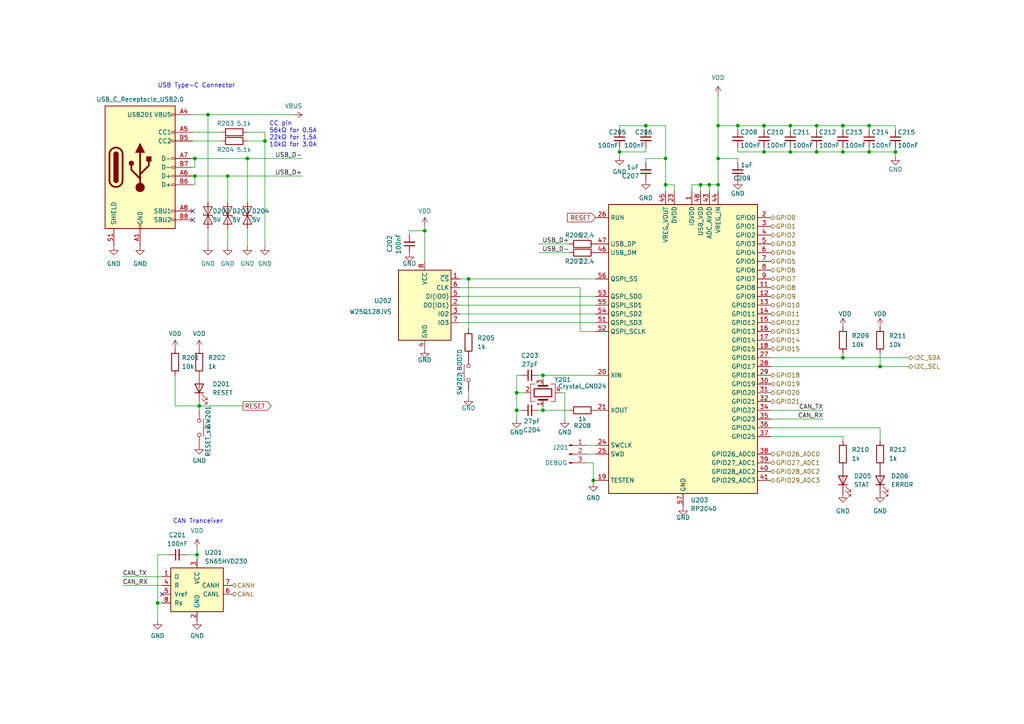
<source format=kicad_sch>
(kicad_sch (version 20250114) (generator "eeschema") (generator_version "9.0")
  (paper "A4")
  (lib_symbols
    (symbol "Connector:Conn_01x03_Pin" (pin_names (offset 1.016) (hide yes))
      (property "Reference" "J" (at 0 5.08 0))
      (property "Value" "Conn_01x03_Pin" (at 0 -5.08 0))
      (symbol "Conn_01x03_Pin_1_1"
        (rectangle (start 0.8636 2.667) (end 0 2.413) (stroke (width 0.1524)) (fill (type outline)))
        (rectangle (start 0.8636 0.127) (end 0 -0.127) (stroke (width 0.1524)) (fill (type outline)))
        (rectangle (start 0.8636 -2.413) (end 0 -2.667) (stroke (width 0.1524)) (fill (type outline)))
        (polyline (pts (xy 1.27 2.54) (xy 0.8636 2.54)) (stroke (width 0.1524)))
        (polyline (pts (xy 1.27 0) (xy 0.8636 0)) (stroke (width 0.1524)))
        (polyline (pts (xy 1.27 -2.54) (xy 0.8636 -2.54)) (stroke (width 0.1524)))
        (pin passive line (at 5.08 2.54 180) (length 3.81) (name "Pin_1") (number "1"))
        (pin passive line (at 5.08 0 180) (length 3.81) (name "Pin_2") (number "2"))
        (pin passive line (at 5.08 -2.54 180) (length 3.81) (name "Pin_3") (number "3"))
      )
    )
    (symbol "Connector:USB_C_Receptacle_USB2.0" (pin_names (offset 1.016))
      (property "Reference" "J" (at -10.16 19.05 0))
      (property "Value" "USB_C_Receptacle_USB2.0" (at 19.05 19.05 0))
      (symbol "USB_C_Receptacle_USB2.0_0_0"
        (rectangle (start -0.254 -17.78) (end 0.254 -16.764))
        (rectangle (start 10.16 15.494) (end 9.144 14.986))
        (rectangle (start 10.16 10.414) (end 9.144 9.906))
        (rectangle (start 10.16 7.874) (end 9.144 7.366))
        (rectangle (start 10.16 2.794) (end 9.144 2.286))
        (rectangle (start 10.16 0.254) (end 9.144 -0.254))
        (rectangle (start 10.16 -2.286) (end 9.144 -2.794))
        (rectangle (start 10.16 -4.826) (end 9.144 -5.334))
        (rectangle (start 10.16 -12.446) (end 9.144 -12.954))
        (rectangle (start 10.16 -14.986) (end 9.144 -15.494))
      )
      (symbol "USB_C_Receptacle_USB2.0_0_1"
        (rectangle (start -10.16 17.78) (end 10.16 -17.78) (stroke (width 0.254)) (fill (type background)))
        (polyline (pts (xy -8.89 -3.81) (xy -8.89 3.81)) (stroke (width 0.508)))
        (rectangle (start -7.62 -3.81) (end -6.35 3.81) (stroke (width 0.254)) (fill (type outline)))
        (arc (start -7.62 3.81) (mid -6.985 4.4423) (end -6.35 3.81) (stroke (width 0.254)))
        (arc (start -7.62 3.81) (mid -6.985 4.4423) (end -6.35 3.81) (stroke (width 0.254)) (fill (type outline)))
        (arc (start -8.89 3.81) (mid -6.985 5.7067) (end -5.08 3.81) (stroke (width 0.508)))
        (arc (start -5.08 -3.81) (mid -6.985 -5.7067) (end -8.89 -3.81) (stroke (width 0.508)))
        (arc (start -6.35 -3.81) (mid -6.985 -4.4423) (end -7.62 -3.81) (stroke (width 0.254)))
        (arc (start -6.35 -3.81) (mid -6.985 -4.4423) (end -7.62 -3.81) (stroke (width 0.254)) (fill (type outline)))
        (polyline (pts (xy -5.08 3.81) (xy -5.08 -3.81)) (stroke (width 0.508)))
        (circle (center -2.54 1.143) (radius 0.635) (stroke (width 0.254)) (fill (type outline)))
        (polyline (pts (xy -1.27 4.318) (xy 0 6.858) (xy 1.27 4.318) (xy -1.27 4.318)) (stroke (width 0.254)) (fill (type outline)))
        (polyline (pts (xy 0 -2.032) (xy 2.54 0.508) (xy 2.54 1.778)) (stroke (width 0.508)))
        (polyline (pts (xy 0 -3.302) (xy -2.54 -0.762) (xy -2.54 0.508)) (stroke (width 0.508)))
        (polyline (pts (xy 0 -5.842) (xy 0 4.318)) (stroke (width 0.508)))
        (circle (center 0 -5.842) (radius 1.27) (fill (type outline)))
        (rectangle (start 1.905 1.778) (end 3.175 3.048) (stroke (width 0.254)) (fill (type outline)))
      )
      (symbol "USB_C_Receptacle_USB2.0_1_1"
        (pin passive line (at -7.62 -22.86 90) (length 5.08) (name "SHIELD") (number "S1"))
        (pin passive line (at 0 -22.86 90) (length 5.08) (name "GND") (number "A1"))
        (pin passive line (at 0 -22.86 90) (length 5.08) (hide yes) (name "GND") (number "A12"))
        (pin passive line (at 0 -22.86 90) (length 5.08) (hide yes) (name "GND") (number "B1"))
        (pin passive line (at 0 -22.86 90) (length 5.08) (hide yes) (name "GND") (number "B12"))
        (pin passive line (at 15.24 15.24 180) (length 5.08) (name "VBUS") (number "A4"))
        (pin passive line (at 15.24 15.24 180) (length 5.08) (hide yes) (name "VBUS") (number "A9"))
        (pin passive line (at 15.24 15.24 180) (length 5.08) (hide yes) (name "VBUS") (number "B4"))
        (pin passive line (at 15.24 15.24 180) (length 5.08) (hide yes) (name "VBUS") (number "B9"))
        (pin bidirectional line (at 15.24 10.16 180) (length 5.08) (name "CC1") (number "A5"))
        (pin bidirectional line (at 15.24 7.62 180) (length 5.08) (name "CC2") (number "B5"))
        (pin bidirectional line (at 15.24 2.54 180) (length 5.08) (name "D-") (number "A7"))
        (pin bidirectional line (at 15.24 0 180) (length 5.08) (name "D-") (number "B7"))
        (pin bidirectional line (at 15.24 -2.54 180) (length 5.08) (name "D+") (number "A6"))
        (pin bidirectional line (at 15.24 -5.08 180) (length 5.08) (name "D+") (number "B6"))
        (pin bidirectional line (at 15.24 -12.7 180) (length 5.08) (name "SBU1") (number "A8"))
        (pin bidirectional line (at 15.24 -15.24 180) (length 5.08) (name "SBU2") (number "B8"))
      )
    )
    (symbol "Device:C_Small" (pin_numbers (hide yes)) (pin_names (offset 0.254) (hide yes))
      (property "Reference" "C" (at 0.254 1.778 0))
      (property "Value" "C_Small" (at 0.254 -2.032 0))
      (symbol "C_Small_0_1"
        (polyline (pts (xy -1.524 0.508) (xy 1.524 0.508)) (stroke (width 0.3048)))
        (polyline (pts (xy -1.524 -0.508) (xy 1.524 -0.508)) (stroke (width 0.3302)))
      )
      (symbol "C_Small_1_1"
        (pin passive line (at 0 2.54 270) (length 2.032) (name "~") (number "1"))
        (pin passive line (at 0 -2.54 90) (length 2.032) (name "~") (number "2"))
      )
    )
    (symbol "Device:Crystal_GND24" (pin_names (offset 1.016) (hide yes))
      (property "Reference" "Y" (at 3.175 5.08 0))
      (property "Value" "Crystal_GND24" (at 3.175 3.175 0))
      (symbol "Crystal_GND24_0_1"
        (polyline (pts (xy -2.54 2.286) (xy -2.54 3.556) (xy 2.54 3.556) (xy 2.54 2.286)))
        (polyline (pts (xy -2.54 0) (xy -2.032 0)))
        (polyline (pts (xy -2.54 -2.286) (xy -2.54 -3.556) (xy 2.54 -3.556) (xy 2.54 -2.286)))
        (polyline (pts (xy -2.032 -1.27) (xy -2.032 1.27)) (stroke (width 0.508)))
        (rectangle (start -1.143 2.54) (end 1.143 -2.54) (stroke (width 0.3048)))
        (polyline (pts (xy 0 3.556) (xy 0 3.81)))
        (polyline (pts (xy 0 -3.81) (xy 0 -3.556)))
        (polyline (pts (xy 2.032 0) (xy 2.54 0)))
        (polyline (pts (xy 2.032 -1.27) (xy 2.032 1.27)) (stroke (width 0.508)))
      )
      (symbol "Crystal_GND24_1_1"
        (pin passive line (at -3.81 0 0) (length 1.27) (name "1") (number "1"))
        (pin passive line (at 0 5.08 270) (length 1.27) (name "2") (number "2"))
        (pin passive line (at 0 -5.08 90) (length 1.27) (name "4") (number "4"))
        (pin passive line (at 3.81 0 180) (length 1.27) (name "3") (number "3"))
      )
    )
    (symbol "Device:LED" (pin_numbers (hide yes)) (pin_names (offset 1.016) (hide yes))
      (property "Reference" "D" (at 0 2.54 0))
      (property "Value" "LED" (at 0 -2.54 0))
      (symbol "LED_0_1"
        (polyline (pts (xy -3.048 -0.762) (xy -4.572 -2.286) (xy -3.81 -2.286) (xy -4.572 -2.286) (xy -4.572 -1.524)))
        (polyline (pts (xy -1.778 -0.762) (xy -3.302 -2.286) (xy -2.54 -2.286) (xy -3.302 -2.286) (xy -3.302 -1.524)))
        (polyline (pts (xy -1.27 0) (xy 1.27 0)))
        (polyline (pts (xy -1.27 -1.27) (xy -1.27 1.27)) (stroke (width 0.254)))
        (polyline (pts (xy 1.27 -1.27) (xy 1.27 1.27) (xy -1.27 0) (xy 1.27 -1.27)) (stroke (width 0.254)))
      )
      (symbol "LED_1_1"
        (pin passive line (at -3.81 0 0) (length 2.54) (name "K") (number "1"))
        (pin passive line (at 3.81 0 180) (length 2.54) (name "A") (number "2"))
      )
    )
    (symbol "Device:R" (pin_numbers (hide yes)) (pin_names (offset 0))
      (property "Reference" "R" (at 2.032 0 90))
      (property "Value" "R" (at 0 0 90))
      (symbol "R_0_1"
        (rectangle (start -1.016 -2.54) (end 1.016 2.54) (stroke (width 0.254)))
      )
      (symbol "R_1_1"
        (pin passive line (at 0 3.81 270) (length 1.27) (name "~") (number "1"))
        (pin passive line (at 0 -3.81 90) (length 1.27) (name "~") (number "2"))
      )
    )
    (symbol "Diode:ESD9B5.0ST5G" (pin_numbers (hide yes)) (pin_names (offset 1.016) (hide yes))
      (property "Reference" "D" (at 0 2.54 0))
      (property "Value" "ESD9B5.0ST5G" (at 0 -2.54 0))
      (symbol "ESD9B5.0ST5G_0_1"
        (polyline (pts (xy -2.54 -1.27) (xy 0 0) (xy -2.54 1.27) (xy -2.54 -1.27)) (stroke (width 0.2032)))
        (polyline (pts (xy 0.508 1.27) (xy 0 1.27) (xy 0 -1.27) (xy -0.508 -1.27)) (stroke (width 0.2032)))
        (polyline (pts (xy 1.27 0) (xy -1.27 0)))
        (polyline (pts (xy 2.54 1.27) (xy 2.54 -1.27) (xy 0 0) (xy 2.54 1.27)) (stroke (width 0.2032)))
      )
      (symbol "ESD9B5.0ST5G_1_1"
        (pin passive line (at -3.81 0 0) (length 2.54) (name "A1") (number "1"))
        (pin passive line (at 3.81 0 180) (length 2.54) (name "A2") (number "2"))
      )
    )
    (symbol "Interface_CAN_LIN:SN65HVD230" (pin_names (offset 1.016))
      (property "Reference" "U" (at -2.54 10.16 0))
      (property "Value" "SN65HVD230" (at -2.54 7.62 0))
      (symbol "SN65HVD230_0_1"
        (rectangle (start -7.62 5.08) (end 7.62 -7.62) (stroke (width 0.254)) (fill (type background)))
      )
      (symbol "SN65HVD230_1_1"
        (pin input line (at -10.16 2.54 0) (length 2.54) (name "D") (number "1"))
        (pin output line (at -10.16 0 0) (length 2.54) (name "R") (number "4"))
        (pin output line (at -10.16 -2.54 0) (length 2.54) (name "Vref") (number "5"))
        (pin input line (at -10.16 -5.08 0) (length 2.54) (name "Rs") (number "8"))
        (pin power_in line (at 0 7.62 270) (length 2.54) (name "VCC") (number "3"))
        (pin power_in line (at 0 -10.16 90) (length 2.54) (name "GND") (number "2"))
        (pin bidirectional line (at 10.16 0 180) (length 2.54) (name "CANH") (number "7"))
        (pin bidirectional line (at 10.16 -2.54 180) (length 2.54) (name "CANL") (number "6"))
      )
    )
    (symbol "MCU_RaspberryPi:RP2040"
      (property "Reference" "U" (at 17.78 45.72 0))
      (property "Value" "RP2040" (at 17.78 43.18 0))
      (symbol "RP2040_0_1"
        (rectangle (start -21.59 41.91) (end 21.59 -41.91) (stroke (width 0.254)) (fill (type background)))
      )
      (symbol "RP2040_1_1"
        (pin input line (at -25.4 38.1 0) (length 3.81) (name "RUN") (number "26"))
        (pin bidirectional line (at -25.4 30.48 0) (length 3.81) (name "USB_DP") (number "47"))
        (pin bidirectional line (at -25.4 27.94 0) (length 3.81) (name "USB_DM") (number "46"))
        (pin bidirectional line (at -25.4 20.32 0) (length 3.81) (name "QSPI_SS") (number "56"))
        (pin bidirectional line (at -25.4 15.24 0) (length 3.81) (name "QSPI_SD0") (number "53"))
        (pin bidirectional line (at -25.4 12.7 0) (length 3.81) (name "QSPI_SD1") (number "55"))
        (pin bidirectional line (at -25.4 10.16 0) (length 3.81) (name "QSPI_SD2") (number "54"))
        (pin bidirectional line (at -25.4 7.62 0) (length 3.81) (name "QSPI_SD3") (number "51"))
        (pin output line (at -25.4 5.08 0) (length 3.81) (name "QSPI_SCLK") (number "52"))
        (pin input line (at -25.4 -7.62 0) (length 3.81) (name "XIN") (number "20"))
        (pin passive line (at -25.4 -17.78 0) (length 3.81) (name "XOUT") (number "21"))
        (pin input line (at -25.4 -27.94 0) (length 3.81) (name "SWCLK") (number "24"))
        (pin bidirectional line (at -25.4 -30.48 0) (length 3.81) (name "SWD") (number "25"))
        (pin input line (at -25.4 -38.1 0) (length 3.81) (name "TESTEN") (number "19"))
        (pin power_out line (at -5.08 45.72 270) (length 3.81) (name "VREG_VOUT") (number "45"))
        (pin power_in line (at -2.54 45.72 270) (length 3.81) (name "DVDD") (number "23"))
        (pin passive line (at -2.54 45.72 270) (length 3.81) (hide yes) (name "DVDD") (number "50"))
        (pin power_in line (at 0 -45.72 90) (length 3.81) (name "GND") (number "57"))
        (pin power_in line (at 2.54 45.72 270) (length 3.81) (name "IOVDD") (number "1"))
        (pin passive line (at 2.54 45.72 270) (length 3.81) (hide yes) (name "IOVDD") (number "10"))
        (pin passive line (at 2.54 45.72 270) (length 3.81) (hide yes) (name "IOVDD") (number "22"))
        (pin passive line (at 2.54 45.72 270) (length 3.81) (hide yes) (name "IOVDD") (number "33"))
        (pin passive line (at 2.54 45.72 270) (length 3.81) (hide yes) (name "IOVDD") (number "42"))
        (pin passive line (at 2.54 45.72 270) (length 3.81) (hide yes) (name "IOVDD") (number "49"))
        (pin power_in line (at 5.08 45.72 270) (length 3.81) (name "USB_VDD") (number "48"))
        (pin power_in line (at 7.62 45.72 270) (length 3.81) (name "ADC_AVDD") (number "43"))
        (pin power_in line (at 10.16 45.72 270) (length 3.81) (name "VREG_IN") (number "44"))
        (pin bidirectional line (at 25.4 38.1 180) (length 3.81) (name "GPIO0") (number "2"))
        (pin bidirectional line (at 25.4 35.56 180) (length 3.81) (name "GPIO1") (number "3"))
        (pin bidirectional line (at 25.4 33.02 180) (length 3.81) (name "GPIO2") (number "4"))
        (pin bidirectional line (at 25.4 30.48 180) (length 3.81) (name "GPIO3") (number "5"))
        (pin bidirectional line (at 25.4 27.94 180) (length 3.81) (name "GPIO4") (number "6"))
        (pin bidirectional line (at 25.4 25.4 180) (length 3.81) (name "GPIO5") (number "7"))
        (pin bidirectional line (at 25.4 22.86 180) (length 3.81) (name "GPIO6") (number "8"))
        (pin bidirectional line (at 25.4 20.32 180) (length 3.81) (name "GPIO7") (number "9"))
        (pin bidirectional line (at 25.4 17.78 180) (length 3.81) (name "GPIO8") (number "11"))
        (pin bidirectional line (at 25.4 15.24 180) (length 3.81) (name "GPIO9") (number "12"))
        (pin bidirectional line (at 25.4 12.7 180) (length 3.81) (name "GPIO10") (number "13"))
        (pin bidirectional line (at 25.4 10.16 180) (length 3.81) (name "GPIO11") (number "14"))
        (pin bidirectional line (at 25.4 7.62 180) (length 3.81) (name "GPIO12") (number "15"))
        (pin bidirectional line (at 25.4 5.08 180) (length 3.81) (name "GPIO13") (number "16"))
        (pin bidirectional line (at 25.4 2.54 180) (length 3.81) (name "GPIO14") (number "17"))
        (pin bidirectional line (at 25.4 0 180) (length 3.81) (name "GPIO15") (number "18"))
        (pin bidirectional line (at 25.4 -2.54 180) (length 3.81) (name "GPIO16") (number "27"))
        (pin bidirectional line (at 25.4 -5.08 180) (length 3.81) (name "GPIO17") (number "28"))
        (pin bidirectional line (at 25.4 -7.62 180) (length 3.81) (name "GPIO18") (number "29"))
        (pin bidirectional line (at 25.4 -10.16 180) (length 3.81) (name "GPIO19") (number "30"))
        (pin bidirectional line (at 25.4 -12.7 180) (length 3.81) (name "GPIO20") (number "31"))
        (pin bidirectional line (at 25.4 -15.24 180) (length 3.81) (name "GPIO21") (number "32"))
        (pin bidirectional line (at 25.4 -17.78 180) (length 3.81) (name "GPIO22") (number "34"))
        (pin bidirectional line (at 25.4 -20.32 180) (length 3.81) (name "GPIO23") (number "35"))
        (pin bidirectional line (at 25.4 -22.86 180) (length 3.81) (name "GPIO24") (number "36"))
        (pin bidirectional line (at 25.4 -25.4 180) (length 3.81) (name "GPIO25") (number "37"))
        (pin bidirectional line (at 25.4 -30.48 180) (length 3.81) (name "GPIO26_ADC0") (number "38"))
        (pin bidirectional line (at 25.4 -33.02 180) (length 3.81) (name "GPIO27_ADC1") (number "39"))
        (pin bidirectional line (at 25.4 -35.56 180) (length 3.81) (name "GPIO28_ADC2") (number "40"))
        (pin bidirectional line (at 25.4 -38.1 180) (length 3.81) (name "GPIO29_ADC3") (number "41"))
      )
    )
    (symbol "Memory_Flash:W25Q128JVS"
      (property "Reference" "U" (at -8.89 8.89 0))
      (property "Value" "W25Q128JVS" (at 7.62 8.89 0))
      (symbol "W25Q128JVS_0_1"
        (rectangle (start -7.62 10.16) (end 7.62 -10.16) (stroke (width 0.254)) (fill (type background)))
      )
      (symbol "W25Q128JVS_1_1"
        (pin input line (at -10.16 7.62 0) (length 2.54) (name "~{CS}") (number "1"))
        (pin input line (at -10.16 5.08 0) (length 2.54) (name "CLK") (number "6"))
        (pin bidirectional line (at -10.16 2.54 0) (length 2.54) (name "DI(IO0)") (number "5"))
        (pin bidirectional line (at -10.16 0 0) (length 2.54) (name "DO(IO1)") (number "2"))
        (pin bidirectional line (at -10.16 -2.54 0) (length 2.54) (name "IO2") (number "3"))
        (pin bidirectional line (at -10.16 -5.08 0) (length 2.54) (name "IO3") (number "7"))
        (pin power_in line (at 0 12.7 270) (length 2.54) (name "VCC") (number "8"))
        (pin power_in line (at 0 -12.7 90) (length 2.54) (name "GND") (number "4"))
      )
    )
    (symbol "Switch:SW_Push" (pin_numbers (hide yes)) (pin_names (offset 1.016) (hide yes))
      (property "Reference" "SW" (at 1.27 2.54 0))
      (property "Value" "SW_Push" (at 0 -1.524 0))
      (symbol "SW_Push_0_1"
        (circle (center -2.032 0) (radius 0.508))
        (polyline (pts (xy 0 1.27) (xy 0 3.048)))
        (circle (center 2.032 0) (radius 0.508))
        (polyline (pts (xy 2.54 1.27) (xy -2.54 1.27)))
        (pin passive line (at -5.08 0 0) (length 2.54) (name "1") (number "1"))
        (pin passive line (at 5.08 0 180) (length 2.54) (name "2") (number "2"))
      )
    )
    (symbol "power:GND" (power) (pin_names (offset 0))
      (property "Value" "GND" (at 0 -3.81 0))
      (symbol "GND_0_1"
        (polyline (pts (xy 0 0) (xy 0 -1.27) (xy 1.27 -1.27) (xy 0 -2.54) (xy -1.27 -1.27) (xy 0 -1.27)))
      )
      (symbol "GND_1_1"
        (pin power_in line (at 0 0 270) (length 0) (hide yes) (name "GND") (number "1"))
      )
    )
    (symbol "power:VBUS" (power) (pin_names (offset 0))
      (property "Value" "VBUS" (at 0 3.81 0))
      (symbol "VBUS_0_1"
        (polyline (pts (xy -0.762 1.27) (xy 0 2.54)))
        (polyline (pts (xy 0 2.54) (xy 0.762 1.27)))
        (polyline (pts (xy 0 0) (xy 0 2.54)))
      )
      (symbol "VBUS_1_1"
        (pin power_in line (at 0 0 90) (length 0) (hide yes) (name "VBUS") (number "1"))
      )
    )
    (symbol "power:VDD" (power) (pin_names (offset 0))
      (property "Value" "VDD" (at 0 3.81 0))
      (symbol "VDD_0_1"
        (polyline (pts (xy -0.762 1.27) (xy 0 2.54)))
        (polyline (pts (xy 0 2.54) (xy 0.762 1.27)))
        (polyline (pts (xy 0 0) (xy 0 2.54)))
      )
      (symbol "VDD_1_1"
        (pin power_in line (at 0 0 90) (length 0) (hide yes) (name "VDD") (number "1"))
      )
    )
  )
  (text "CAN Tranceiver" (at 50.165 152.019 0) (effects (font (size 1.27 1.27)) (justify left bottom)))
  (text "USB Type-C Connector" (at 45.72 25.654 0) (effects (font (size 1.27 1.27)) (justify left bottom)))
  (text "CC pin\n56kΩ for 0.5A\n22kΩ for 1.5A\n10kΩ for 3.0A" (at 78.105 42.799 0) (effects (font (size 1.27 1.27)) (justify left bottom)))
  (junction (at 252.095 44.069))
  (junction (at 221.615 36.449))
  (junction (at 208.28 53.594))
  (junction (at 221.615 44.069))
  (junction (at 60.325 33.274))
  (junction (at 157.48 108.839))
  (junction (at 244.475 44.069))
  (junction (at 205.74 53.594))
  (junction (at 193.04 45.974))
  (junction (at 229.235 44.069))
  (junction (at 123.19 66.929))
  (junction (at 57.785 117.729))
  (junction (at 66.04 51.054))
  (junction (at 255.27 106.299))
  (junction (at 236.855 44.069))
  (junction (at 203.2 53.594))
  (junction (at 229.235 36.449))
  (junction (at 244.475 103.759))
  (junction (at 187.325 36.449))
  (junction (at 149.86 113.919))
  (junction (at 135.89 80.899))
  (junction (at 76.835 40.894))
  (junction (at 71.755 45.974))
  (junction (at 259.715 44.069))
  (junction (at 208.28 45.974))
  (junction (at 236.855 36.449))
  (junction (at 157.48 118.999))
  (junction (at 252.095 36.449))
  (junction (at 56.515 51.054))
  (junction (at 56.515 45.974))
  (junction (at 193.04 53.594))
  (junction (at 57.15 160.909))
  (junction (at 213.995 36.449))
  (junction (at 45.72 174.879))
  (junction (at 244.475 36.449))
  (junction (at 208.28 36.449))
  (junction (at 149.86 118.999))
  (junction (at 179.705 44.069))
  (junction (at 172.085 139.319))
  (no_connect (at 55.88 63.754))
  (no_connect (at 46.99 172.339))
  (no_connect (at 55.88 61.214))
  (wire (pts (xy 87.63 51.054) (xy 66.04 51.054)))
  (wire (pts (xy 133.35 85.979) (xy 172.72 85.979)))
  (wire (pts (xy 71.755 71.374) (xy 71.755 66.294)))
  (wire (pts (xy 135.89 115.189) (xy 135.89 113.284)))
  (wire (pts (xy 57.15 160.909) (xy 57.15 162.179)))
  (wire (pts (xy 165.1 73.279) (xy 156.21 73.279)))
  (wire (pts (xy 252.095 44.069) (xy 244.475 44.069)))
  (wire (pts (xy 135.89 80.899) (xy 135.89 95.504)))
  (wire (pts (xy 213.995 45.974) (xy 213.995 47.244)))
  (wire (pts (xy 71.755 40.894) (xy 76.835 40.894)))
  (wire (pts (xy 244.475 44.069) (xy 244.475 42.799)))
  (wire (pts (xy 259.715 36.449) (xy 259.715 37.719)))
  (wire (pts (xy 229.235 36.449) (xy 229.235 37.719)))
  (wire (pts (xy 255.27 124.079) (xy 255.27 127.889)))
  (wire (pts (xy 57.785 118.999) (xy 57.785 117.729)))
  (wire (pts (xy 187.325 36.449) (xy 193.04 36.449)))
  (wire (pts (xy 168.275 83.439) (xy 133.35 83.439)))
  (wire (pts (xy 259.715 44.069) (xy 259.715 45.339)))
  (wire (pts (xy 71.755 45.974) (xy 87.63 45.974)))
  (wire (pts (xy 187.325 44.069) (xy 187.325 42.799)))
  (wire (pts (xy 223.52 124.079) (xy 255.27 124.079)))
  (wire (pts (xy 157.48 108.839) (xy 172.72 108.839)))
  (wire (pts (xy 70.485 117.729) (xy 57.785 117.729)))
  (wire (pts (xy 172.085 134.239) (xy 172.085 139.319)))
  (wire (pts (xy 263.525 103.759) (xy 244.475 103.759)))
  (wire (pts (xy 170.18 134.239) (xy 172.085 134.239)))
  (wire (pts (xy 168.275 96.139) (xy 168.275 83.439)))
  (wire (pts (xy 187.325 45.974) (xy 193.04 45.974)))
  (wire (pts (xy 165.1 70.739) (xy 156.21 70.739)))
  (wire (pts (xy 172.72 96.139) (xy 168.275 96.139)))
  (wire (pts (xy 229.235 36.449) (xy 236.855 36.449)))
  (wire (pts (xy 221.615 44.069) (xy 221.615 42.799)))
  (wire (pts (xy 57.15 159.004) (xy 57.15 160.909)))
  (wire (pts (xy 221.615 44.069) (xy 213.995 44.069)))
  (wire (pts (xy 56.515 51.054) (xy 55.88 51.054)))
  (wire (pts (xy 133.35 91.059) (xy 172.72 91.059)))
  (wire (pts (xy 193.04 53.594) (xy 193.04 55.499)))
  (wire (pts (xy 200.66 53.594) (xy 203.2 53.594)))
  (wire (pts (xy 149.86 113.919) (xy 149.86 118.999)))
  (wire (pts (xy 187.325 36.449) (xy 187.325 37.719)))
  (wire (pts (xy 118.745 68.199) (xy 118.745 66.929)))
  (wire (pts (xy 244.475 36.449) (xy 244.475 37.719)))
  (wire (pts (xy 76.835 38.354) (xy 76.835 40.894)))
  (wire (pts (xy 76.835 40.894) (xy 76.835 71.374)))
  (wire (pts (xy 259.715 42.799) (xy 259.715 44.069)))
  (wire (pts (xy 205.74 53.594) (xy 208.28 53.594)))
  (wire (pts (xy 195.58 55.499) (xy 195.58 53.594)))
  (wire (pts (xy 244.475 36.449) (xy 252.095 36.449)))
  (wire (pts (xy 179.705 36.449) (xy 187.325 36.449)))
  (wire (pts (xy 57.785 116.459) (xy 57.785 117.729)))
  (wire (pts (xy 179.705 44.069) (xy 187.325 44.069)))
  (wire (pts (xy 213.995 36.449) (xy 221.615 36.449)))
  (wire (pts (xy 151.13 108.839) (xy 149.86 108.839)))
  (wire (pts (xy 60.325 71.374) (xy 60.325 66.294)))
  (wire (pts (xy 123.19 65.659) (xy 123.19 66.929)))
  (wire (pts (xy 236.855 44.069) (xy 236.855 42.799)))
  (wire (pts (xy 187.325 47.244) (xy 187.325 45.974)))
  (wire (pts (xy 170.18 131.699) (xy 172.72 131.699)))
  (wire (pts (xy 195.58 53.594) (xy 193.04 53.594)))
  (wire (pts (xy 255.27 102.489) (xy 255.27 106.299)))
  (wire (pts (xy 66.04 51.054) (xy 56.515 51.054)))
  (wire (pts (xy 179.705 42.799) (xy 179.705 44.069)))
  (wire (pts (xy 157.48 110.109) (xy 157.48 108.839)))
  (wire (pts (xy 85.09 33.274) (xy 60.325 33.274)))
  (wire (pts (xy 71.755 38.354) (xy 76.835 38.354)))
  (wire (pts (xy 208.265 36.449) (xy 208.28 36.449)))
  (wire (pts (xy 244.475 102.489) (xy 244.475 103.759)))
  (wire (pts (xy 50.8 117.729) (xy 57.785 117.729)))
  (wire (pts (xy 156.21 108.839) (xy 157.48 108.839)))
  (wire (pts (xy 60.325 33.274) (xy 55.88 33.274)))
  (wire (pts (xy 213.995 44.069) (xy 213.995 42.799)))
  (wire (pts (xy 133.35 88.519) (xy 172.72 88.519)))
  (wire (pts (xy 263.525 106.299) (xy 255.27 106.299)))
  (wire (pts (xy 203.2 53.594) (xy 203.2 55.499)))
  (wire (pts (xy 123.19 66.929) (xy 123.19 75.819)))
  (wire (pts (xy 50.8 108.839) (xy 50.8 117.729)))
  (wire (pts (xy 45.72 160.909) (xy 48.895 160.909)))
  (wire (pts (xy 149.86 118.999) (xy 151.13 118.999)))
  (wire (pts (xy 200.66 55.499) (xy 200.66 53.594)))
  (wire (pts (xy 229.235 44.069) (xy 229.235 42.799)))
  (wire (pts (xy 229.235 44.069) (xy 221.615 44.069)))
  (wire (pts (xy 64.135 40.894) (xy 55.88 40.894)))
  (wire (pts (xy 64.135 38.354) (xy 55.88 38.354)))
  (wire (pts (xy 213.995 36.449) (xy 213.995 37.719)))
  (wire (pts (xy 221.615 36.449) (xy 229.235 36.449)))
  (wire (pts (xy 149.86 118.999) (xy 149.86 121.539)))
  (wire (pts (xy 208.28 53.594) (xy 208.28 45.974)))
  (wire (pts (xy 172.085 139.319) (xy 172.72 139.319)))
  (wire (pts (xy 170.18 129.159) (xy 172.72 129.159)))
  (wire (pts (xy 45.72 174.879) (xy 45.72 160.909)))
  (wire (pts (xy 238.76 121.539) (xy 223.52 121.539)))
  (wire (pts (xy 118.745 66.929) (xy 123.19 66.929)))
  (wire (pts (xy 223.52 118.999) (xy 238.76 118.999)))
  (wire (pts (xy 71.755 45.974) (xy 71.755 58.674)))
  (wire (pts (xy 252.095 44.069) (xy 252.095 42.799)))
  (wire (pts (xy 223.52 126.619) (xy 244.475 126.619)))
  (wire (pts (xy 45.72 179.959) (xy 45.72 174.879)))
  (wire (pts (xy 252.095 36.449) (xy 259.715 36.449)))
  (wire (pts (xy 223.52 106.299) (xy 255.27 106.299)))
  (wire (pts (xy 35.56 167.259) (xy 46.99 167.259)))
  (wire (pts (xy 208.28 53.594) (xy 208.28 55.499)))
  (wire (pts (xy 208.265 27.604) (xy 208.265 36.449)))
  (wire (pts (xy 162.56 113.919) (xy 163.83 113.919)))
  (wire (pts (xy 236.855 36.449) (xy 236.855 37.719)))
  (wire (pts (xy 135.89 80.899) (xy 172.72 80.899)))
  (wire (pts (xy 244.475 103.759) (xy 223.52 103.759)))
  (wire (pts (xy 172.085 139.954) (xy 172.085 139.319)))
  (wire (pts (xy 236.855 44.069) (xy 229.235 44.069)))
  (wire (pts (xy 208.28 36.449) (xy 208.28 45.974)))
  (wire (pts (xy 66.04 51.054) (xy 66.04 58.674)))
  (wire (pts (xy 45.72 174.879) (xy 46.99 174.879)))
  (wire (pts (xy 35.56 169.799) (xy 46.99 169.799)))
  (wire (pts (xy 55.88 53.594) (xy 56.515 53.594)))
  (wire (pts (xy 205.74 53.594) (xy 205.74 55.499)))
  (wire (pts (xy 149.86 113.919) (xy 152.4 113.919)))
  (wire (pts (xy 56.515 48.514) (xy 56.515 45.974)))
  (wire (pts (xy 56.515 53.594) (xy 56.515 51.054)))
  (wire (pts (xy 60.325 33.274) (xy 60.325 58.674)))
  (wire (pts (xy 244.475 127.889) (xy 244.475 126.619)))
  (wire (pts (xy 203.2 53.594) (xy 205.74 53.594)))
  (wire (pts (xy 179.705 37.719) (xy 179.705 36.449)))
  (wire (pts (xy 55.88 48.514) (xy 56.515 48.514)))
  (wire (pts (xy 193.04 36.449) (xy 193.04 45.974)))
  (wire (pts (xy 165.1 118.999) (xy 157.48 118.999)))
  (wire (pts (xy 252.095 36.449) (xy 252.095 37.719)))
  (wire (pts (xy 149.86 108.839) (xy 149.86 113.919)))
  (wire (pts (xy 56.515 45.974) (xy 71.755 45.974)))
  (wire (pts (xy 55.88 45.974) (xy 56.515 45.974)))
  (wire (pts (xy 236.855 36.449) (xy 244.475 36.449)))
  (wire (pts (xy 259.715 44.069) (xy 252.095 44.069)))
  (wire (pts (xy 221.615 36.449) (xy 221.615 37.719)))
  (wire (pts (xy 208.28 36.449) (xy 213.995 36.449)))
  (wire (pts (xy 163.83 113.919) (xy 163.83 121.539)))
  (wire (pts (xy 133.35 80.899) (xy 135.89 80.899)))
  (wire (pts (xy 156.21 118.999) (xy 157.48 118.999)))
  (wire (pts (xy 66.04 71.374) (xy 66.04 66.294)))
  (wire (pts (xy 133.35 93.599) (xy 172.72 93.599)))
  (wire (pts (xy 179.705 44.069) (xy 179.705 45.339)))
  (wire (pts (xy 193.04 45.974) (xy 193.04 53.594)))
  (wire (pts (xy 157.48 117.729) (xy 157.48 118.999)))
  (wire (pts (xy 208.28 45.974) (xy 213.995 45.974)))
  (wire (pts (xy 53.975 160.909) (xy 57.15 160.909)))
  (wire (pts (xy 244.475 44.069) (xy 236.855 44.069)))
  (label "USB_D-" (at 165.1 73.279 180))
  (label "USB_D+" (at 165.1 70.739 180))
  (label "CAN_RX" (at 238.76 121.539 180))
  (label "CAN_RX" (at 35.56 169.799 0))
  (label "CAN_TX" (at 35.56 167.259 0))
  (label "USB_D-" (at 87.63 45.974 180))
  (label "CAN_TX" (at 238.76 118.999 180))
  (label "USB_D+" (at 87.63 51.054 180))
  (global_label "RESET" (shape output) (at 70.485 117.729 0) (property "Intersheetrefs" "${INTERSHEET_REFS}" (effects (hide yes))))
  (global_label "RESET" (shape input) (at 172.72 63.119 180) (property "Intersheetrefs" "${INTERSHEET_REFS}" (effects (hide yes))))
  (hierarchical_label "GPIO29_ADC3" (shape bidirectional) (at 223.52 139.319 0))
  (hierarchical_label "GPIO6" (shape bidirectional) (at 223.52 78.359 0))
  (hierarchical_label "GPIO21" (shape bidirectional) (at 223.52 116.459 0))
  (hierarchical_label "GPIO14" (shape bidirectional) (at 223.52 98.679 0))
  (hierarchical_label "I2C_SDA" (shape bidirectional) (at 263.525 103.759 0))
  (hierarchical_label "GPIO28_ADC2" (shape bidirectional) (at 223.52 136.779 0))
  (hierarchical_label "GPIO2" (shape bidirectional) (at 223.52 68.199 0))
  (hierarchical_label "GPIO18" (shape bidirectional) (at 223.52 108.839 0))
  (hierarchical_label "GPIO11" (shape bidirectional) (at 223.52 91.059 0))
  (hierarchical_label "GPIO5" (shape bidirectional) (at 223.52 75.819 0))
  (hierarchical_label "GPIO20" (shape bidirectional) (at 223.52 113.919 0))
  (hierarchical_label "CANL" (shape bidirectional) (at 67.31 172.339 0))
  (hierarchical_label "GPIO9" (shape bidirectional) (at 223.52 85.979 0))
  (hierarchical_label "GPIO4" (shape bidirectional) (at 223.52 73.279 0))
  (hierarchical_label "GPIO1" (shape bidirectional) (at 223.52 65.659 0))
  (hierarchical_label "GPIO10" (shape bidirectional) (at 223.52 88.519 0))
  (hierarchical_label "GPIO7" (shape bidirectional) (at 223.52 80.899 0))
  (hierarchical_label "I2C_SCL" (shape bidirectional) (at 263.525 106.299 0))
  (hierarchical_label "GPIO8" (shape bidirectional) (at 223.52 83.439 0))
  (hierarchical_label "GPIO15" (shape bidirectional) (at 223.52 101.219 0))
  (hierarchical_label "GPIO19" (shape bidirectional) (at 223.52 111.379 0))
  (hierarchical_label "GPIO27_ADC1" (shape bidirectional) (at 223.52 134.239 0))
  (hierarchical_label "GPIO26_ADC0" (shape bidirectional) (at 223.52 131.699 0))
  (hierarchical_label "GPIO12" (shape bidirectional) (at 223.52 93.599 0))
  (hierarchical_label "GPIO13" (shape bidirectional) (at 223.52 96.139 0))
  (hierarchical_label "CANH" (shape bidirectional) (at 67.31 169.799 0))
  (hierarchical_label "GPIO3" (shape bidirectional) (at 223.52 70.739 0))
  (hierarchical_label "GPIO0" (shape bidirectional) (at 223.52 63.119 0))
  (symbol (lib_id "Device:C_Small") (at 213.995 40.259 0) (unit 1)
    (property "Reference" "C208" (at 214.63 38.354 0) (effects (justify left)))
    (property "Value" "100nF" (at 214.63 42.164 0) (effects (justify left)))
    (property "Footprint" "Capacitor_SMD:C_0402_1005Metric" (effects (hide yes)))
    (property "LCSC" "C1525 " (effects (hide yes)))
  )
  (symbol (lib_id "power:VDD") (at 57.15 159.004 0) (unit 1)
    (property "Reference" "#PWR0205" (effects (hide yes)))
    (property "Value" "VDD" (at 57.15 153.924 0))
  )
  (symbol (lib_id "Device:C_Small") (at 236.855 40.259 0) (unit 1)
    (property "Reference" "C212" (at 237.49 38.354 0) (effects (justify left)))
    (property "Value" "100nF" (at 237.49 42.164 0) (effects (justify left)))
    (property "Footprint" "Capacitor_SMD:C_0402_1005Metric" (effects (hide yes)))
    (property "LCSC" "C1525 " (effects (hide yes)))
  )
  (symbol (lib_id "power:GND") (at 118.745 73.279 0) (unit 1)
    (property "Reference" "#PWR0214" (effects (hide yes)))
    (property "Value" "GND" (at 118.745 76.454 0))
  )
  (symbol (lib_id "Device:R") (at 255.27 98.679 0) (unit 1)
    (property "Reference" "R211" (at 257.81 97.409 0) (effects (justify left)))
    (property "Value" "10k" (at 257.81 99.949 0) (effects (justify left)))
    (property "Footprint" "Resistor_SMD:R_0402_1005Metric" (effects (hide yes)))
    (property "LCSC" "C25744" (effects (hide yes)))
  )
  (symbol (lib_id "Device:LED") (at 255.27 139.319 90) (unit 1)
    (property "Reference" "D206" (at 258.445 138.049 90) (effects (justify right)))
    (property "Value" "ERROR" (at 258.445 140.589 90) (effects (justify right)))
    (property "Footprint" "LED_SMD:LED_0805_2012Metric" (effects (hide yes)))
    (property "LCSC" "C84256" (effects (hide yes)))
  )
  (symbol (lib_id "Device:C_Small") (at 229.235 40.259 0) (unit 1)
    (property "Reference" "C211" (at 229.87 38.354 0) (effects (justify left)))
    (property "Value" "100nF" (at 229.87 42.164 0) (effects (justify left)))
    (property "Footprint" "Capacitor_SMD:C_0402_1005Metric" (effects (hide yes)))
    (property "LCSC" "C1525 " (effects (hide yes)))
  )
  (symbol (lib_id "power:VDD") (at 208.265 27.604 0) (unit 1)
    (property "Reference" "#PWR0224" (effects (hide yes)))
    (property "Value" "VDD" (at 208.265 22.524 0))
  )
  (symbol (lib_id "power:GND") (at 163.83 121.539 0) (unit 1)
    (property "Reference" "#PWR0219" (effects (hide yes)))
    (property "Value" "GND" (at 163.83 125.349 0))
  )
  (symbol (lib_id "Device:Crystal_GND24") (at 157.48 113.919 90) (unit 1)
    (property "Reference" "Y201" (at 163.195 110.109 90))
    (property "Value" "Crystal_GND24" (at 168.91 112.014 90))
    (property "Footprint" "Crystal:Crystal_SMD_3225-4Pin_3.2x2.5mm" (effects (hide yes)))
    (property "LCSC" "C9002" (effects (hide yes)))
  )
  (symbol (lib_id "Device:R") (at 67.945 38.354 90) (unit 1)
    (property "Reference" "R203" (at 65.405 35.814 90))
    (property "Value" "5.1k" (at 70.739 35.814 90))
    (property "Footprint" "Resistor_SMD:R_0402_1005Metric" (effects (hide yes)))
    (property "LCSC" "C25905" (effects (hide yes)))
  )
  (symbol (lib_id "Connector:Conn_01x03_Pin") (at 165.1 131.699 0) (unit 1)
    (property "Reference" "J201" (at 162.56 129.794 0))
    (property "Value" "DEBUG" (at 161.29 134.239 0))
    (property "Footprint" "Connector_PinHeader_1.27mm:PinHeader_1x03_P1.27mm_Vertical" (effects (hide yes)))
  )
  (symbol (lib_id "power:VBUS") (at 85.09 33.274 270) (unit 1)
    (property "Reference" "#PWR0213" (effects (hide yes)))
    (property "Value" "VBUS" (at 82.55 30.734 90) (effects (justify left)))
  )
  (symbol (lib_id "power:GND") (at 123.19 101.219 0) (unit 1)
    (property "Reference" "#PWR0216" (effects (hide yes)))
    (property "Value" "GND" (at 123.19 104.394 0))
  )
  (symbol (lib_id "power:GND") (at 135.89 115.189 0) (unit 1)
    (property "Reference" "#PWR0217" (effects (hide yes)))
    (property "Value" "GND" (at 135.89 118.364 0))
  )
  (symbol (lib_id "power:VDD") (at 244.475 94.869 0) (unit 1)
    (property "Reference" "#PWR0226" (effects (hide yes)))
    (property "Value" "VDD" (at 245.11 91.059 0))
  )
  (symbol (lib_id "power:GND") (at 33.02 71.374 0) (unit 1)
    (property "Reference" "#PWR0201" (effects (hide yes)))
    (property "Value" "GND" (at 33.02 76.454 0))
  )
  (symbol (lib_id "power:GND") (at 255.27 143.129 0) (unit 1)
    (property "Reference" "#PWR0229" (effects (hide yes)))
    (property "Value" "GND" (at 255.27 148.209 0))
  )
  (symbol (lib_id "Device:C_Small") (at 153.67 108.839 90) (unit 1)
    (property "Reference" "C203" (at 153.67 103.124 90))
    (property "Value" "27pF" (at 153.67 105.664 90))
    (property "Footprint" "Capacitor_SMD:C_0402_1005Metric" (effects (hide yes)))
    (property "LCSC" "C1555" (effects (hide yes)))
  )
  (symbol (lib_id "power:GND") (at 71.755 71.374 0) (unit 1)
    (property "Reference" "#PWR0211" (effects (hide yes)))
    (property "Value" "GND" (at 71.755 76.454 0))
  )
  (symbol (lib_id "power:VDD") (at 57.785 101.219 0) (unit 1)
    (property "Reference" "#PWR0207" (effects (hide yes)))
    (property "Value" "VDD" (at 57.785 96.774 0))
  )
  (symbol (lib_id "Device:C_Small") (at 252.095 40.259 0) (unit 1)
    (property "Reference" "C214" (at 252.73 38.354 0) (effects (justify left)))
    (property "Value" "100nF" (at 252.73 42.164 0) (effects (justify left)))
    (property "Footprint" "Capacitor_SMD:C_0402_1005Metric" (effects (hide yes)))
    (property "LCSC" "C1525 " (effects (hide yes)))
  )
  (symbol (lib_id "power:GND") (at 57.785 129.159 0) (unit 1)
    (property "Reference" "#PWR0208" (effects (hide yes)))
    (property "Value" "GND" (at 57.785 133.604 0))
  )
  (symbol (lib_id "Device:R") (at 67.945 40.894 90) (unit 1)
    (property "Reference" "R204" (at 65.405 43.434 90))
    (property "Value" "5.1k" (at 70.739 43.434 90))
    (property "Footprint" "Resistor_SMD:R_0402_1005Metric" (effects (hide yes)))
    (property "LCSC" "C25905" (effects (hide yes)))
  )
  (symbol (lib_id "MCU_RaspberryPi:RP2040") (at 198.12 101.219 0) (unit 1)
    (property "Reference" "U203" (at 200.3141 145.034 0) (effects (justify left)))
    (property "Value" "RP2040" (at 200.3141 147.574 0) (effects (justify left)))
    (property "Footprint" "Package_DFN_QFN:QFN-56-1EP_7x7mm_P0.4mm_EP3.2x3.2mm" (effects (hide yes)))
    (property "Datasheet" "https://datasheets.raspberrypi.com/rp2040/rp2040-datasheet.pdf" (effects (hide yes)))
    (property "LCSC" "C2040" (effects (hide yes)))
  )
  (symbol (lib_id "power:GND") (at 259.715 45.339 0) (unit 1)
    (property "Reference" "#PWR0230" (effects (hide yes)))
    (property "Value" "GND" (at 259.715 49.149 0))
  )
  (symbol (lib_id "power:GND") (at 45.72 179.959 0) (unit 1)
    (property "Reference" "#PWR0203" (effects (hide yes)))
    (property "Value" "GND" (at 45.72 184.404 0))
  )
  (symbol (lib_id "Device:C_Small") (at 221.615 40.259 0) (unit 1)
    (property "Reference" "C210" (at 222.25 38.354 0) (effects (justify left)))
    (property "Value" "100nF" (at 222.25 42.164 0) (effects (justify left)))
    (property "Footprint" "Capacitor_SMD:C_0402_1005Metric" (effects (hide yes)))
    (property "LCSC" "C1525 " (effects (hide yes)))
  )
  (symbol (lib_id "Device:C_Small") (at 118.745 70.739 180) (unit 1)
    (property "Reference" "C202" (at 113.03 70.739 90))
    (property "Value" "100nF" (at 115.57 70.739 90))
    (property "Footprint" "Capacitor_SMD:C_0402_1005Metric" (effects (hide yes)))
    (property "LCSC" "C1525 " (effects (hide yes)))
  )
  (symbol (lib_id "power:GND") (at 198.12 146.939 0) (unit 1)
    (property "Reference" "#PWR0223" (effects (hide yes)))
    (property "Value" "GND" (at 198.12 150.114 0))
  )
  (symbol (lib_id "Device:C_Small") (at 153.67 118.999 90) (unit 1)
    (property "Reference" "C204" (at 154.305 124.714 90))
    (property "Value" "27pF" (at 154.305 122.174 90))
    (property "Footprint" "Capacitor_SMD:C_0402_1005Metric" (effects (hide yes)))
    (property "LCSC" "C1555" (effects (hide yes)))
  )
  (symbol (lib_id "Device:R") (at 168.91 73.279 90) (unit 1)
    (property "Reference" "R207" (at 166.37 75.819 90))
    (property "Value" "22.4" (at 170.18 75.819 90))
    (property "Footprint" "Resistor_SMD:R_0402_1005Metric" (effects (hide yes)))
    (property "LCSC" "C25092" (effects (hide yes)))
  )
  (symbol (lib_id "Device:C_Small") (at 187.325 40.259 0) (unit 1)
    (property "Reference" "C206" (at 184.15 38.354 0) (effects (justify left)))
    (property "Value" "100nF" (at 180.975 42.164 0) (effects (justify left)))
    (property "Footprint" "Capacitor_SMD:C_0402_1005Metric" (effects (hide yes)))
    (property "LCSC" "C1525 " (effects (hide yes)))
  )
  (symbol (lib_id "Device:C_Small") (at 244.475 40.259 0) (unit 1)
    (property "Reference" "C213" (at 245.11 38.354 0) (effects (justify left)))
    (property "Value" "100nF" (at 245.11 42.164 0) (effects (justify left)))
    (property "Footprint" "Capacitor_SMD:C_0402_1005Metric" (effects (hide yes)))
    (property "LCSC" "C1525 " (effects (hide yes)))
  )
  (symbol (lib_id "power:GND") (at 149.86 121.539 0) (unit 1)
    (property "Reference" "#PWR0218" (effects (hide yes)))
    (property "Value" "GND" (at 149.86 125.349 0))
  )
  (symbol (lib_id "power:GND") (at 66.04 71.374 0) (unit 1)
    (property "Reference" "#PWR0210" (effects (hide yes)))
    (property "Value" "GND" (at 66.04 76.454 0))
  )
  (symbol (lib_id "power:GND") (at 60.325 71.374 0) (unit 1)
    (property "Reference" "#PWR0209" (effects (hide yes)))
    (property "Value" "GND" (at 60.325 76.454 0))
  )
  (symbol (lib_id "Device:R") (at 244.475 98.679 0) (unit 1)
    (property "Reference" "R209" (at 247.015 97.409 0) (effects (justify left)))
    (property "Value" "10k" (at 247.015 99.949 0) (effects (justify left)))
    (property "Footprint" "Resistor_SMD:R_0402_1005Metric" (effects (hide yes)))
    (property "LCSC" "C25744" (effects (hide yes)))
  )
  (symbol (lib_id "Device:C_Small") (at 213.995 49.784 180) (unit 1)
    (property "Reference" "C209" (at 217.805 51.689 0) (effects (justify left)))
    (property "Value" "1uF" (at 218.44 47.879 0) (effects (justify left)))
    (property "Footprint" "Capacitor_SMD:C_0402_1005Metric" (effects (hide yes)))
    (property "LCSC" "C52923" (effects (hide yes)))
  )
  (symbol (lib_id "power:GND") (at 172.085 139.954 0) (unit 1)
    (property "Reference" "#PWR0220" (effects (hide yes)))
    (property "Value" "GND" (at 172.085 144.399 0))
  )
  (symbol (lib_id "Device:R") (at 168.91 70.739 90) (unit 1)
    (property "Reference" "R206" (at 166.37 68.199 90))
    (property "Value" "22.4" (at 170.18 68.199 90))
    (property "Footprint" "Resistor_SMD:R_0402_1005Metric" (effects (hide yes)))
    (property "LCSC" "C25092" (effects (hide yes)))
  )
  (symbol (lib_id "Diode:ESD9B5.0ST5G") (at 66.04 62.484 90) (unit 1)
    (property "Reference" "D203" (at 67.31 61.214 90) (effects (justify right)))
    (property "Value" "5V" (at 67.31 63.754 90) (effects (justify right)))
    (property "Footprint" "Diode_SMD:D_SOD-882" (effects (hide yes)))
    (property "Datasheet" "https://www.onsemi.com/pub/Collateral/ESD9B-D.PDF" (effects (hide yes)))
    (property "LCSC" "C7420372" (effects (hide yes)))
  )
  (symbol (lib_id "Switch:SW_Push") (at 135.89 108.204 90) (unit 1)
    (property "Reference" "SW202" (at 133.35 111.379 0))
    (property "Value" "BOOT0" (at 133.35 104.394 0))
    (property "Footprint" "WOBCLibrary:TVAF06-A020B-R" (effects (hide yes)))
  )
  (symbol (lib_id "power:GND") (at 179.705 45.339 0) (unit 1)
    (property "Reference" "#PWR0221" (effects (hide yes)))
    (property "Value" "GND" (at 179.705 49.784 0))
  )
  (symbol (lib_id "power:VDD") (at 255.27 94.869 0) (unit 1)
    (property "Reference" "#PWR0228" (effects (hide yes)))
    (property "Value" "VDD" (at 255.27 91.059 0))
  )
  (symbol (lib_id "power:GND") (at 57.15 179.959 0) (unit 1)
    (property "Reference" "#PWR0206" (effects (hide yes)))
    (property "Value" "GND" (at 57.15 184.404 0))
  )
  (symbol (lib_id "Device:C_Small") (at 179.705 40.259 0) (unit 1)
    (property "Reference" "C205" (at 176.53 38.354 0) (effects (justify left)))
    (property "Value" "100nF" (at 173.355 42.164 0) (effects (justify left)))
    (property "Footprint" "Capacitor_SMD:C_0402_1005Metric" (effects (hide yes)))
    (property "LCSC" "C1525 " (effects (hide yes)))
  )
  (symbol (lib_id "Switch:SW_Push") (at 57.785 124.079 270) (unit 1)
    (property "Reference" "SW201" (at 60.325 120.904 0))
    (property "Value" "RESET_sw" (at 60.325 127.889 0))
    (property "Footprint" "WOBCLibrary:TVAF06-A020B-R" (effects (hide yes)))
  )
  (symbol (lib_id "Device:C_Small") (at 187.325 49.784 180) (unit 1)
    (property "Reference" "C207" (at 185.42 51.054 0) (effects (justify left)))
    (property "Value" "1uF" (at 185.42 48.514 0) (effects (justify left)))
    (property "Footprint" "Capacitor_SMD:C_0402_1005Metric" (effects (hide yes)))
    (property "LCSC" "C52923" (effects (hide yes)))
  )
  (symbol (lib_id "Connector:USB_C_Receptacle_USB2.0") (at 40.64 48.514 0) (unit 1)
    (property "Reference" "USB201" (at 40.64 33.274 0))
    (property "Value" "USB_C_Receptacle_USB2.0" (at 40.64 28.829 0))
    (property "Footprint" "WOBCLibrary:USB_C_TYPEC-301S-ACP16X7" (effects (hide yes)))
    (property "Datasheet" "https://www.usb.org/sites/default/files/documents/usb_type-c.zip" (effects (hide yes)))
    (property "LCSC" "C2856766" (effects (hide yes)))
  )
  (symbol (lib_id "power:GND") (at 40.64 71.374 0) (unit 1)
    (property "Reference" "#PWR0202" (effects (hide yes)))
    (property "Value" "GND" (at 40.64 76.454 0))
  )
  (symbol (lib_id "power:GND") (at 187.325 52.324 0) (unit 1)
    (property "Reference" "#PWR0222" (effects (hide yes)))
    (property "Value" "GND" (at 187.325 57.404 0))
  )
  (symbol (lib_id "Diode:ESD9B5.0ST5G") (at 60.325 62.484 90) (unit 1)
    (property "Reference" "D202" (at 61.595 61.214 90) (effects (justify right)))
    (property "Value" "5V" (at 61.595 63.754 90) (effects (justify right)))
    (property "Footprint" "Diode_SMD:D_SOD-882" (effects (hide yes)))
    (property "Datasheet" "https://www.onsemi.com/pub/Collateral/ESD9B-D.PDF" (effects (hide yes)))
    (property "LCSC" "C7420372" (effects (hide yes)))
  )
  (symbol (lib_id "Device:R") (at 244.475 131.699 0) (unit 1)
    (property "Reference" "R210" (at 247.015 130.429 0) (effects (justify left)))
    (property "Value" "1k" (at 247.015 132.969 0) (effects (justify left)))
    (property "Footprint" "Resistor_SMD:R_0402_1005Metric" (effects (hide yes)))
    (property "LCSC" "C11702" (effects (hide yes)))
  )
  (symbol (lib_id "Device:R") (at 255.27 131.699 0) (unit 1)
    (property "Reference" "R212" (at 257.81 130.429 0) (effects (justify left)))
    (property "Value" "1k" (at 257.81 132.969 0) (effects (justify left)))
    (property "Footprint" "Resistor_SMD:R_0402_1005Metric" (effects (hide yes)))
    (property "LCSC" "C11702" (effects (hide yes)))
  )
  (symbol (lib_id "Interface_CAN_LIN:SN65HVD230") (at 57.15 169.799 0) (unit 1)
    (property "Reference" "U201" (at 59.3441 160.274 0) (effects (justify left)))
    (property "Value" "SN65HVD230" (at 59.3441 162.814 0) (effects (justify left)))
    (property "Footprint" "Package_SO:SOIC-8_3.9x4.9mm_P1.27mm" (effects (hide yes)))
    (property "Datasheet" "http://www.ti.com/lit/ds/symlink/sn65hvd230.pdf" (effects (hide yes)))
    (property "LCSC" "C12084" (effects (hide yes)))
  )
  (symbol (lib_id "Device:R") (at 135.89 99.314 0) (unit 1)
    (property "Reference" "R205" (at 138.43 98.044 0) (effects (justify left)))
    (property "Value" "1k" (at 138.43 100.584 0) (effects (justify left)))
    (property "Footprint" "Resistor_SMD:R_0402_1005Metric" (effects (hide yes)))
    (property "LCSC" "C11702" (effects (hide yes)))
  )
  (symbol (lib_id "Device:R") (at 168.91 118.999 90) (unit 1)
    (property "Reference" "R208" (at 168.91 123.444 90))
    (property "Value" "1k" (at 168.91 121.539 90))
    (property "Footprint" "Resistor_SMD:R_0402_1005Metric" (effects (hide yes)))
    (property "LCSC" "C11702" (effects (hide yes)))
  )
  (symbol (lib_id "power:VDD") (at 123.19 65.659 0) (unit 1)
    (property "Reference" "#PWR0215" (effects (hide yes)))
    (property "Value" "VDD" (at 123.19 61.214 0))
  )
  (symbol (lib_id "Device:LED") (at 244.475 139.319 90) (unit 1)
    (property "Reference" "D205" (at 247.65 138.049 90) (effects (justify right)))
    (property "Value" "STAT" (at 247.65 140.589 90) (effects (justify right)))
    (property "Footprint" "LED_SMD:LED_0805_2012Metric" (effects (hide yes)))
    (property "LCSC" "C2297" (effects (hide yes)))
  )
  (symbol (lib_id "power:GND") (at 213.995 52.324 0) (unit 1)
    (property "Reference" "#PWR0225" (effects (hide yes)))
    (property "Value" "GND" (at 213.995 56.134 0))
  )
  (symbol (lib_id "power:GND") (at 244.475 143.129 0) (unit 1)
    (property "Reference" "#PWR0227" (effects (hide yes)))
    (property "Value" "GND" (at 244.475 148.209 0))
  )
  (symbol (lib_id "power:GND") (at 76.835 71.374 0) (unit 1)
    (property "Reference" "#PWR0212" (effects (hide yes)))
    (property "Value" "GND" (at 76.835 76.454 0))
  )
  (symbol (lib_id "power:VDD") (at 50.8 101.219 0) (unit 1)
    (property "Reference" "#PWR0204" (effects (hide yes)))
    (property "Value" "VDD" (at 50.8 96.774 0))
  )
  (symbol (lib_id "Device:R") (at 57.785 105.029 0) (unit 1)
    (property "Reference" "R202" (at 60.325 103.759 0) (effects (justify left)))
    (property "Value" "1k" (at 60.325 106.299 0) (effects (justify left)))
    (property "Footprint" "Resistor_SMD:R_0402_1005Metric" (effects (hide yes)))
    (property "LCSC" "C11702" (effects (hide yes)))
  )
  (symbol (lib_id "Diode:ESD9B5.0ST5G") (at 71.755 62.484 90) (unit 1)
    (property "Reference" "D204" (at 73.025 61.214 90) (effects (justify right)))
    (property "Value" "5V" (at 73.025 63.754 90) (effects (justify right)))
    (property "Footprint" "Diode_SMD:D_SOD-882" (effects (hide yes)))
    (property "Datasheet" "https://www.onsemi.com/pub/Collateral/ESD9B-D.PDF" (effects (hide yes)))
    (property "LCSC" "C7420372" (effects (hide yes)))
  )
  (symbol (lib_id "Device:C_Small") (at 51.435 160.909 90) (unit 1)
    (property "Reference" "C201" (at 51.435 155.194 90))
    (property "Value" "100nF" (at 51.435 157.734 90))
    (property "Footprint" "Capacitor_SMD:C_0402_1005Metric" (effects (hide yes)))
    (property "LCSC" "C1525 " (effects (hide yes)))
  )
  (symbol (lib_id "Device:LED") (at 57.785 112.649 90) (unit 1)
    (property "Reference" "D201" (at 61.595 111.379 90) (effects (justify right)))
    (property "Value" "RESET" (at 61.595 113.919 90) (effects (justify right)))
    (property "Footprint" "LED_SMD:LED_0805_2012Metric" (effects (hide yes)))
    (property "LCSC" "C2296" (effects (hide yes)))
  )
  (symbol (lib_id "Memory_Flash:W25Q128JVS") (at 123.19 88.519 0) (mirror y) (unit 1)
    (property "Reference" "U202" (at 113.665 87.249 0) (effects (justify left)))
    (property "Value" "W25Q128JVS" (at 113.665 90.424 0) (effects (justify left)))
    (property "Footprint" "Package_SO:SOIC-8_5.3x5.3mm_P1.27mm" (effects (hide yes)))
    (property "Datasheet" "http://www.winbond.com/resource-files/w25q128jv_dtr%20revc%2003272018%20plus.pdf" (effects (hide yes)))
    (property "LCSC" "C97521" (effects (hide yes)))
  )
  (symbol (lib_id "Device:C_Small") (at 259.715 40.259 0) (unit 1)
    (property "Reference" "C215" (at 260.35 38.354 0) (effects (justify left)))
    (property "Value" "100nF" (at 260.35 42.164 0) (effects (justify left)))
    (property "Footprint" "Capacitor_SMD:C_0402_1005Metric" (effects (hide yes)))
    (property "LCSC" "C1525 " (effects (hide yes)))
  )
  (symbol (lib_id "Device:R") (at 50.8 105.029 0) (unit 1)
    (property "Reference" "R201" (at 52.705 103.759 0) (effects (justify left)))
    (property "Value" "10k" (at 52.705 106.299 0) (effects (justify left)))
    (property "Footprint" "Resistor_SMD:R_0402_1005Metric" (effects (hide yes)))
    (property "LCSC" "C25744" (effects (hide yes)))
  )
)
</source>
